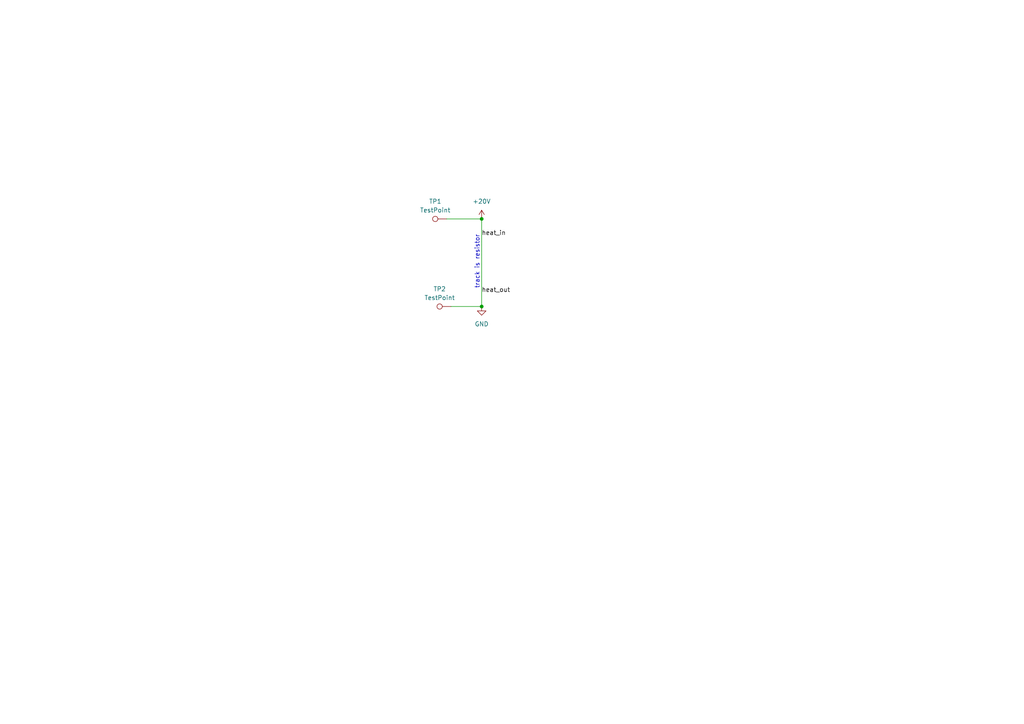
<source format=kicad_sch>
(kicad_sch (version 20250114) (generator "eeschema") (generator_version "9.0")
  (paper "A4")
  (lib_symbols
    (symbol "Connector:TestPoint" (pin_numbers (hide yes)) (pin_names (offset 0.762) (hide yes))
      (property "Reference" "TP" (at 0 6.858 0))
      (property "Value" "TestPoint" (at 0 5.08 0))
      (symbol "TestPoint_0_1"
        (circle (center 0 3.302) (radius 0.762))
      )
      (symbol "TestPoint_1_1"
        (pin passive line (at 0 0 90) (length 2.54) (name "1") (number "1"))
      )
    )
    (symbol "power:+12V" (power) (pin_numbers (hide yes)) (pin_names (offset 0) (hide yes))
      (property "Value" "+12V" (at 0 3.556 0))
      (symbol "+12V_0_1"
        (polyline (pts (xy -0.762 1.27) (xy 0 2.54)))
        (polyline (pts (xy 0 2.54) (xy 0.762 1.27)))
        (polyline (pts (xy 0 0) (xy 0 2.54)))
      )
      (symbol "+12V_1_1"
        (pin power_in line (at 0 0 90) (length 0) (name "~") (number "1"))
      )
    )
    (symbol "power:GND" (power) (pin_numbers (hide yes)) (pin_names (offset 0) (hide yes))
      (property "Value" "GND" (at 0 -3.81 0))
      (symbol "GND_0_1"
        (polyline (pts (xy 0 0) (xy 0 -1.27) (xy 1.27 -1.27) (xy 0 -2.54) (xy -1.27 -1.27) (xy 0 -1.27)))
      )
      (symbol "GND_1_1"
        (pin power_in line (at 0 0 270) (length 0) (name "~") (number "1"))
      )
    )
  )
  (text "track is resistor" (at 138.43 75.946 90) (effects (font (size 1.27 1.27))))
  (junction (at 139.7 88.9))
  (junction (at 139.7 63.5))
  (wire (pts (xy 139.7 63.5) (xy 139.7 88.9)))
  (wire (pts (xy 130.81 88.9) (xy 139.7 88.9)))
  (wire (pts (xy 129.54 63.5) (xy 139.7 63.5)))
  (label "heat_out" (at 139.7 85.09 0))
  (label "heat_in" (at 139.7 68.58 0))
  (symbol (lib_id "power:+12V") (at 139.7 63.5 0) (unit 1)
    (property "Reference" "#PWR02" (effects (hide yes)))
    (property "Value" "+20V" (at 139.7 58.42 0))
    (property "Description" "Power symbol creates a global label with name \"+20V\"" (effects (hide yes)))
  )
  (symbol (lib_id "Connector:TestPoint") (at 129.54 63.5 90) (unit 1)
    (property "Reference" "TP1" (at 126.238 58.42 90))
    (property "Value" "TestPoint" (at 126.238 60.96 90))
    (property "Footprint" "TestPoint:TestPoint_Pad_D4.0mm" (effects (hide yes)))
    (property "Description" "test point" (effects (hide yes)))
  )
  (symbol (lib_id "power:GND") (at 139.7 88.9 0) (unit 1)
    (property "Reference" "#PWR01" (effects (hide yes)))
    (property "Value" "GND" (at 139.7 93.98 0))
    (property "Description" "Power symbol creates a global label with name \"GND\" , ground" (effects (hide yes)))
  )
  (symbol (lib_id "Connector:TestPoint") (at 130.81 88.9 90) (unit 1)
    (property "Reference" "TP2" (at 127.508 83.82 90))
    (property "Value" "TestPoint" (at 127.508 86.36 90))
    (property "Footprint" "TestPoint:TestPoint_Pad_D4.0mm" (effects (hide yes)))
    (property "Description" "test point" (effects (hide yes)))
  )
)
</source>
